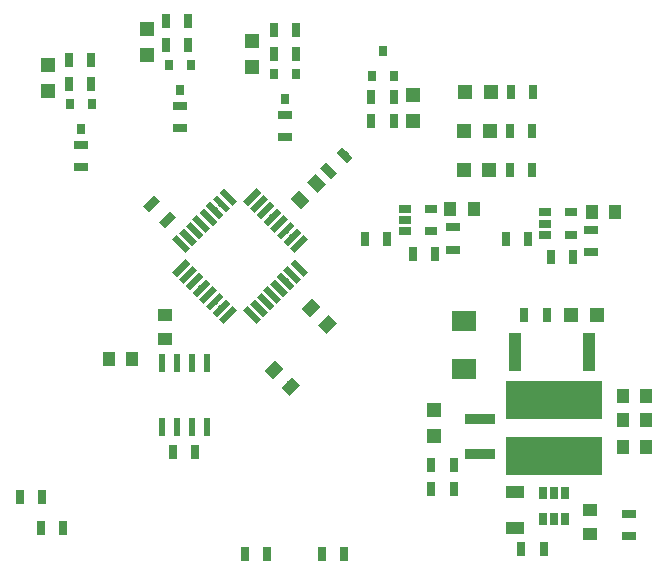
<source format=gtp>
G04 #@! TF.GenerationSoftware,KiCad,Pcbnew,5.0.1-33cea8e~68~ubuntu18.04.1*
G04 #@! TF.CreationDate,2018-12-01T11:29:07-05:00*
G04 #@! TF.ProjectId,throttle,7468726F74746C652E6B696361645F70,rev?*
G04 #@! TF.SameCoordinates,Original*
G04 #@! TF.FileFunction,Paste,Top*
G04 #@! TF.FilePolarity,Positive*
%FSLAX46Y46*%
G04 Gerber Fmt 4.6, Leading zero omitted, Abs format (unit mm)*
G04 Created by KiCad (PCBNEW 5.0.1-33cea8e~68~ubuntu18.04.1) date Sat 01 Dec 2018 11:29:07 AM EST*
%MOMM*%
%LPD*%
G01*
G04 APERTURE LIST*
%ADD10R,1.060000X0.650000*%
%ADD11R,0.600000X1.550000*%
%ADD12C,0.550000*%
%ADD13C,0.100000*%
%ADD14R,1.250000X1.000000*%
%ADD15R,1.000000X1.250000*%
%ADD16R,1.200000X1.200000*%
%ADD17R,2.500000X0.900000*%
%ADD18R,8.200000X3.300000*%
%ADD19R,0.700000X1.300000*%
%ADD20R,0.650000X1.060000*%
%ADD21R,1.600000X1.000000*%
%ADD22R,2.159000X1.778000*%
%ADD23R,1.000000X3.200000*%
%ADD24R,1.300000X0.700000*%
%ADD25C,1.000000*%
%ADD26R,0.800000X0.900000*%
%ADD27C,0.700000*%
G04 APERTURE END LIST*
D10*
G04 #@! TO.C,U1*
X133010000Y-65024000D03*
X133010000Y-66924000D03*
X130810000Y-66924000D03*
X130810000Y-65974000D03*
X130810000Y-65024000D03*
G04 #@! TD*
D11*
G04 #@! TO.C,U4*
X113975075Y-78132509D03*
X112705075Y-78132509D03*
X111435075Y-78132509D03*
X110165075Y-78132509D03*
X110165075Y-83532509D03*
X111435075Y-83532509D03*
X112705075Y-83532509D03*
X113975075Y-83532509D03*
G04 #@! TD*
D12*
G04 #@! TO.C,IC1*
X111836680Y-70060795D03*
D13*
G36*
X111465449Y-70820935D02*
X111076540Y-70432026D01*
X112207911Y-69300655D01*
X112596820Y-69689564D01*
X111465449Y-70820935D01*
X111465449Y-70820935D01*
G37*
D12*
X112402366Y-70626480D03*
D13*
G36*
X112031135Y-71386620D02*
X111642226Y-70997711D01*
X112773597Y-69866340D01*
X113162506Y-70255249D01*
X112031135Y-71386620D01*
X112031135Y-71386620D01*
G37*
D12*
X112968051Y-71192166D03*
D13*
G36*
X112596820Y-71952306D02*
X112207911Y-71563397D01*
X113339282Y-70432026D01*
X113728191Y-70820935D01*
X112596820Y-71952306D01*
X112596820Y-71952306D01*
G37*
D12*
X113533736Y-71757851D03*
D13*
G36*
X113162505Y-72517991D02*
X112773596Y-72129082D01*
X113904967Y-70997711D01*
X114293876Y-71386620D01*
X113162505Y-72517991D01*
X113162505Y-72517991D01*
G37*
D12*
X114099422Y-72323537D03*
D13*
G36*
X113728191Y-73083677D02*
X113339282Y-72694768D01*
X114470653Y-71563397D01*
X114859562Y-71952306D01*
X113728191Y-73083677D01*
X113728191Y-73083677D01*
G37*
D12*
X114665107Y-72889222D03*
D13*
G36*
X114293876Y-73649362D02*
X113904967Y-73260453D01*
X115036338Y-72129082D01*
X115425247Y-72517991D01*
X114293876Y-73649362D01*
X114293876Y-73649362D01*
G37*
D12*
X115230793Y-73454907D03*
D13*
G36*
X114859562Y-74215047D02*
X114470653Y-73826138D01*
X115602024Y-72694767D01*
X115990933Y-73083676D01*
X114859562Y-74215047D01*
X114859562Y-74215047D01*
G37*
D12*
X115796478Y-74020593D03*
D13*
G36*
X115425247Y-74780733D02*
X115036338Y-74391824D01*
X116167709Y-73260453D01*
X116556618Y-73649362D01*
X115425247Y-74780733D01*
X115425247Y-74780733D01*
G37*
D12*
X117847088Y-74020593D03*
D13*
G36*
X118607228Y-74391824D02*
X118218319Y-74780733D01*
X117086948Y-73649362D01*
X117475857Y-73260453D01*
X118607228Y-74391824D01*
X118607228Y-74391824D01*
G37*
D12*
X118412773Y-73454907D03*
D13*
G36*
X119172913Y-73826138D02*
X118784004Y-74215047D01*
X117652633Y-73083676D01*
X118041542Y-72694767D01*
X119172913Y-73826138D01*
X119172913Y-73826138D01*
G37*
D12*
X118978459Y-72889222D03*
D13*
G36*
X119738599Y-73260453D02*
X119349690Y-73649362D01*
X118218319Y-72517991D01*
X118607228Y-72129082D01*
X119738599Y-73260453D01*
X119738599Y-73260453D01*
G37*
D12*
X119544144Y-72323537D03*
D13*
G36*
X120304284Y-72694768D02*
X119915375Y-73083677D01*
X118784004Y-71952306D01*
X119172913Y-71563397D01*
X120304284Y-72694768D01*
X120304284Y-72694768D01*
G37*
D12*
X120109830Y-71757851D03*
D13*
G36*
X120869970Y-72129082D02*
X120481061Y-72517991D01*
X119349690Y-71386620D01*
X119738599Y-70997711D01*
X120869970Y-72129082D01*
X120869970Y-72129082D01*
G37*
D12*
X120675515Y-71192166D03*
D13*
G36*
X121435655Y-71563397D02*
X121046746Y-71952306D01*
X119915375Y-70820935D01*
X120304284Y-70432026D01*
X121435655Y-71563397D01*
X121435655Y-71563397D01*
G37*
D12*
X121241200Y-70626480D03*
D13*
G36*
X122001340Y-70997711D02*
X121612431Y-71386620D01*
X120481060Y-70255249D01*
X120869969Y-69866340D01*
X122001340Y-70997711D01*
X122001340Y-70997711D01*
G37*
D12*
X121806886Y-70060795D03*
D13*
G36*
X122567026Y-70432026D02*
X122178117Y-70820935D01*
X121046746Y-69689564D01*
X121435655Y-69300655D01*
X122567026Y-70432026D01*
X122567026Y-70432026D01*
G37*
D12*
X121806886Y-68010185D03*
D13*
G36*
X121435655Y-68770325D02*
X121046746Y-68381416D01*
X122178117Y-67250045D01*
X122567026Y-67638954D01*
X121435655Y-68770325D01*
X121435655Y-68770325D01*
G37*
D12*
X121241200Y-67444500D03*
D13*
G36*
X120869969Y-68204640D02*
X120481060Y-67815731D01*
X121612431Y-66684360D01*
X122001340Y-67073269D01*
X120869969Y-68204640D01*
X120869969Y-68204640D01*
G37*
D12*
X120675515Y-66878814D03*
D13*
G36*
X120304284Y-67638954D02*
X119915375Y-67250045D01*
X121046746Y-66118674D01*
X121435655Y-66507583D01*
X120304284Y-67638954D01*
X120304284Y-67638954D01*
G37*
D12*
X120109830Y-66313129D03*
D13*
G36*
X119738599Y-67073269D02*
X119349690Y-66684360D01*
X120481061Y-65552989D01*
X120869970Y-65941898D01*
X119738599Y-67073269D01*
X119738599Y-67073269D01*
G37*
D12*
X119544144Y-65747443D03*
D13*
G36*
X119172913Y-66507583D02*
X118784004Y-66118674D01*
X119915375Y-64987303D01*
X120304284Y-65376212D01*
X119172913Y-66507583D01*
X119172913Y-66507583D01*
G37*
D12*
X118978459Y-65181758D03*
D13*
G36*
X118607228Y-65941898D02*
X118218319Y-65552989D01*
X119349690Y-64421618D01*
X119738599Y-64810527D01*
X118607228Y-65941898D01*
X118607228Y-65941898D01*
G37*
D12*
X118412773Y-64616073D03*
D13*
G36*
X118041542Y-65376213D02*
X117652633Y-64987304D01*
X118784004Y-63855933D01*
X119172913Y-64244842D01*
X118041542Y-65376213D01*
X118041542Y-65376213D01*
G37*
D12*
X117847088Y-64050387D03*
D13*
G36*
X117475857Y-64810527D02*
X117086948Y-64421618D01*
X118218319Y-63290247D01*
X118607228Y-63679156D01*
X117475857Y-64810527D01*
X117475857Y-64810527D01*
G37*
D12*
X115796478Y-64050387D03*
D13*
G36*
X116556618Y-64421618D02*
X116167709Y-64810527D01*
X115036338Y-63679156D01*
X115425247Y-63290247D01*
X116556618Y-64421618D01*
X116556618Y-64421618D01*
G37*
D12*
X115230793Y-64616073D03*
D13*
G36*
X115990933Y-64987304D02*
X115602024Y-65376213D01*
X114470653Y-64244842D01*
X114859562Y-63855933D01*
X115990933Y-64987304D01*
X115990933Y-64987304D01*
G37*
D12*
X114665107Y-65181758D03*
D13*
G36*
X115425247Y-65552989D02*
X115036338Y-65941898D01*
X113904967Y-64810527D01*
X114293876Y-64421618D01*
X115425247Y-65552989D01*
X115425247Y-65552989D01*
G37*
D12*
X114099422Y-65747443D03*
D13*
G36*
X114859562Y-66118674D02*
X114470653Y-66507583D01*
X113339282Y-65376212D01*
X113728191Y-64987303D01*
X114859562Y-66118674D01*
X114859562Y-66118674D01*
G37*
D12*
X113533736Y-66313129D03*
D13*
G36*
X114293876Y-66684360D02*
X113904967Y-67073269D01*
X112773596Y-65941898D01*
X113162505Y-65552989D01*
X114293876Y-66684360D01*
X114293876Y-66684360D01*
G37*
D12*
X112968051Y-66878814D03*
D13*
G36*
X113728191Y-67250045D02*
X113339282Y-67638954D01*
X112207911Y-66507583D01*
X112596820Y-66118674D01*
X113728191Y-67250045D01*
X113728191Y-67250045D01*
G37*
D12*
X112402366Y-67444500D03*
D13*
G36*
X113162506Y-67815731D02*
X112773597Y-68204640D01*
X111642226Y-67073269D01*
X112031135Y-66684360D01*
X113162506Y-67815731D01*
X113162506Y-67815731D01*
G37*
D12*
X111836680Y-68010185D03*
D13*
G36*
X112596820Y-68381416D02*
X112207911Y-68770325D01*
X111076540Y-67638954D01*
X111465449Y-67250045D01*
X112596820Y-68381416D01*
X112596820Y-68381416D01*
G37*
G04 #@! TD*
D14*
G04 #@! TO.C,C5*
X146390879Y-90548933D03*
X146390879Y-92548933D03*
G04 #@! TD*
D15*
G04 #@! TO.C,C11*
X151200879Y-82912933D03*
X149200879Y-82912933D03*
G04 #@! TD*
G04 #@! TO.C,C12*
X151200879Y-85198933D03*
X149200879Y-85198933D03*
G04 #@! TD*
D16*
G04 #@! TO.C,D2*
X146982879Y-74022933D03*
X144782879Y-74022933D03*
G04 #@! TD*
D17*
G04 #@! TO.C,F1*
X137100379Y-85765433D03*
X137100379Y-82865433D03*
G04 #@! TD*
D18*
G04 #@! TO.C,L1*
X143406379Y-81261433D03*
X143406379Y-85961433D03*
G04 #@! TD*
D19*
G04 #@! TO.C,R2*
X132994879Y-86722933D03*
X134894879Y-86722933D03*
G04 #@! TD*
G04 #@! TO.C,R3*
X132994879Y-88754933D03*
X134894879Y-88754933D03*
G04 #@! TD*
G04 #@! TO.C,R12*
X142768879Y-74022933D03*
X140868879Y-74022933D03*
G04 #@! TD*
D20*
G04 #@! TO.C,U2*
X143380979Y-91315433D03*
X144330979Y-91315433D03*
X142430979Y-91315433D03*
X142430979Y-89115433D03*
X143380979Y-89115433D03*
X144330979Y-89115433D03*
G04 #@! TD*
D21*
G04 #@! TO.C,C3*
X140040879Y-92032933D03*
X140040879Y-89032933D03*
G04 #@! TD*
D15*
G04 #@! TO.C,C7*
X151200879Y-80880933D03*
X149200879Y-80880933D03*
G04 #@! TD*
D16*
G04 #@! TO.C,D1*
X133182879Y-82066933D03*
X133182879Y-84266933D03*
G04 #@! TD*
D22*
G04 #@! TO.C,D7*
X135722879Y-78594933D03*
X135722879Y-74530933D03*
G04 #@! TD*
D23*
G04 #@! TO.C,R9*
X146315879Y-77197933D03*
X140115879Y-77197933D03*
G04 #@! TD*
D19*
G04 #@! TO.C,R4*
X140614879Y-93834933D03*
X142514879Y-93834933D03*
G04 #@! TD*
D24*
G04 #@! TO.C,R5*
X149692879Y-90852933D03*
X149692879Y-92752933D03*
G04 #@! TD*
D15*
G04 #@! TO.C,C1*
X134620000Y-65024000D03*
X136620000Y-65024000D03*
G04 #@! TD*
G04 #@! TO.C,C2*
X148574000Y-65278000D03*
X146574000Y-65278000D03*
G04 #@! TD*
G04 #@! TO.C,C4*
X107680000Y-77724000D03*
X105680000Y-77724000D03*
G04 #@! TD*
D14*
G04 #@! TO.C,C6*
X110490000Y-74041000D03*
X110490000Y-76041000D03*
G04 #@! TD*
D25*
G04 #@! TO.C,C8*
X123268475Y-62864569D03*
D13*
G36*
X123180087Y-62069074D02*
X124063970Y-62952957D01*
X123356863Y-63660064D01*
X122472980Y-62776181D01*
X123180087Y-62069074D01*
X123180087Y-62069074D01*
G37*
D25*
X121854261Y-64278783D03*
D13*
G36*
X121765873Y-63483288D02*
X122649756Y-64367171D01*
X121942649Y-65074278D01*
X121058766Y-64190395D01*
X121765873Y-63483288D01*
X121765873Y-63483288D01*
G37*
G04 #@! TD*
D25*
G04 #@! TO.C,C9*
X122809000Y-73406000D03*
D13*
G36*
X122013505Y-73494388D02*
X122897388Y-72610505D01*
X123604495Y-73317612D01*
X122720612Y-74201495D01*
X122013505Y-73494388D01*
X122013505Y-73494388D01*
G37*
D25*
X124223214Y-74820214D03*
D13*
G36*
X123427719Y-74908602D02*
X124311602Y-74024719D01*
X125018709Y-74731826D01*
X124134826Y-75615709D01*
X123427719Y-74908602D01*
X123427719Y-74908602D01*
G37*
G04 #@! TD*
D25*
G04 #@! TO.C,C10*
X121103107Y-80082107D03*
D13*
G36*
X120307612Y-80170495D02*
X121191495Y-79286612D01*
X121898602Y-79993719D01*
X121014719Y-80877602D01*
X120307612Y-80170495D01*
X120307612Y-80170495D01*
G37*
D25*
X119688893Y-78667893D03*
D13*
G36*
X118893398Y-78756281D02*
X119777281Y-77872398D01*
X120484388Y-78579505D01*
X119600505Y-79463388D01*
X118893398Y-78756281D01*
X118893398Y-78756281D01*
G37*
G04 #@! TD*
D16*
G04 #@! TO.C,PC6*
X135722000Y-61722000D03*
X137922000Y-61722000D03*
G04 #@! TD*
G04 #@! TO.C,PB3*
X138006000Y-58420000D03*
X135806000Y-58420000D03*
G04 #@! TD*
G04 #@! TO.C,PB4*
X135849000Y-55118000D03*
X138049000Y-55118000D03*
G04 #@! TD*
G04 #@! TO.C,D6*
X131462711Y-55383147D03*
X131462711Y-57583147D03*
G04 #@! TD*
G04 #@! TO.C,D8*
X108903581Y-51995369D03*
X108903581Y-49795369D03*
G04 #@! TD*
G04 #@! TO.C,D9*
X117793581Y-50811369D03*
X117793581Y-53011369D03*
G04 #@! TD*
G04 #@! TO.C,D10*
X100521581Y-52843369D03*
X100521581Y-55043369D03*
G04 #@! TD*
D26*
G04 #@! TO.C,Q1*
X127972711Y-53807147D03*
X129872711Y-53807147D03*
X128922711Y-51707147D03*
G04 #@! TD*
G04 #@! TO.C,Q2*
X112647581Y-52859369D03*
X110747581Y-52859369D03*
X111697581Y-54959369D03*
G04 #@! TD*
G04 #@! TO.C,Q3*
X120587581Y-55755369D03*
X119637581Y-53655369D03*
X121537581Y-53655369D03*
G04 #@! TD*
G04 #@! TO.C,Q4*
X103315581Y-58261369D03*
X102365581Y-56161369D03*
X104265581Y-56161369D03*
G04 #@! TD*
D19*
G04 #@! TO.C,R1*
X127386000Y-67564000D03*
X129286000Y-67564000D03*
G04 #@! TD*
G04 #@! TO.C,R6*
X133350000Y-68834000D03*
X131450000Y-68834000D03*
G04 #@! TD*
D24*
G04 #@! TO.C,R7*
X134874000Y-68514000D03*
X134874000Y-66614000D03*
G04 #@! TD*
D19*
G04 #@! TO.C,R8*
X141539000Y-61722000D03*
X139639000Y-61722000D03*
G04 #@! TD*
G04 #@! TO.C,R10*
X141539000Y-58420000D03*
X139639000Y-58420000D03*
G04 #@! TD*
G04 #@! TO.C,R11*
X141605000Y-55118000D03*
X139705000Y-55118000D03*
G04 #@! TD*
G04 #@! TO.C,R13*
X141224000Y-67564000D03*
X139324000Y-67564000D03*
G04 #@! TD*
G04 #@! TO.C,R14*
X127906711Y-57583147D03*
X129806711Y-57583147D03*
G04 #@! TD*
G04 #@! TO.C,R15*
X117226000Y-94234000D03*
X119126000Y-94234000D03*
G04 #@! TD*
G04 #@! TO.C,R16*
X143134000Y-69088000D03*
X145034000Y-69088000D03*
G04 #@! TD*
D24*
G04 #@! TO.C,R17*
X146558000Y-66802000D03*
X146558000Y-68702000D03*
G04 #@! TD*
D19*
G04 #@! TO.C,R18*
X127906711Y-55551147D03*
X129806711Y-55551147D03*
G04 #@! TD*
G04 #@! TO.C,R19*
X125603000Y-94234000D03*
X123703000Y-94234000D03*
G04 #@! TD*
G04 #@! TO.C,R20*
X110493581Y-49117369D03*
X112393581Y-49117369D03*
G04 #@! TD*
G04 #@! TO.C,R21*
X112393581Y-51149369D03*
X110493581Y-51149369D03*
G04 #@! TD*
D24*
G04 #@! TO.C,R22*
X111697581Y-58195369D03*
X111697581Y-56295369D03*
G04 #@! TD*
D19*
G04 #@! TO.C,R23*
X121537581Y-49879369D03*
X119637581Y-49879369D03*
G04 #@! TD*
G04 #@! TO.C,R24*
X119637581Y-51911369D03*
X121537581Y-51911369D03*
G04 #@! TD*
D24*
G04 #@! TO.C,R25*
X120587581Y-58957369D03*
X120587581Y-57057369D03*
G04 #@! TD*
D19*
G04 #@! TO.C,R26 (DNP)*
X111120076Y-85658510D03*
X113020074Y-85658510D03*
G04 #@! TD*
G04 #@! TO.C,R27*
X102299581Y-52419369D03*
X104199581Y-52419369D03*
G04 #@! TD*
G04 #@! TO.C,R28*
X102299581Y-54451369D03*
X104199581Y-54451369D03*
G04 #@! TD*
D24*
G04 #@! TO.C,R29*
X103315581Y-61497369D03*
X103315581Y-59597369D03*
G04 #@! TD*
D27*
G04 #@! TO.C,R30*
X125646475Y-60486569D03*
D13*
G36*
X125434343Y-59779462D02*
X126353582Y-60698701D01*
X125858607Y-61193676D01*
X124939368Y-60274437D01*
X125434343Y-59779462D01*
X125434343Y-59779462D01*
G37*
D27*
X124302973Y-61830071D03*
D13*
G36*
X124090841Y-61122964D02*
X125010080Y-62042203D01*
X124515105Y-62537178D01*
X123595866Y-61617939D01*
X124090841Y-61122964D01*
X124090841Y-61122964D01*
G37*
G04 #@! TD*
D27*
G04 #@! TO.C,R31*
X110653751Y-65949751D03*
D13*
G36*
X109946644Y-66161883D02*
X110865883Y-65242644D01*
X111360858Y-65737619D01*
X110441619Y-66656858D01*
X109946644Y-66161883D01*
X109946644Y-66161883D01*
G37*
D27*
X109310249Y-64606249D03*
D13*
G36*
X108603142Y-64818381D02*
X109522381Y-63899142D01*
X110017356Y-64394117D01*
X109098117Y-65313356D01*
X108603142Y-64818381D01*
X108603142Y-64818381D01*
G37*
G04 #@! TD*
D10*
G04 #@! TO.C,U3*
X142664000Y-65344000D03*
X142664000Y-66294000D03*
X142664000Y-67244000D03*
X144864000Y-67244000D03*
X144864000Y-65344000D03*
G04 #@! TD*
D19*
G04 #@! TO.C,R_1*
X99954000Y-92075000D03*
X101854000Y-92075000D03*
G04 #@! TD*
G04 #@! TO.C,R_2*
X100076000Y-89408000D03*
X98176000Y-89408000D03*
G04 #@! TD*
M02*

</source>
